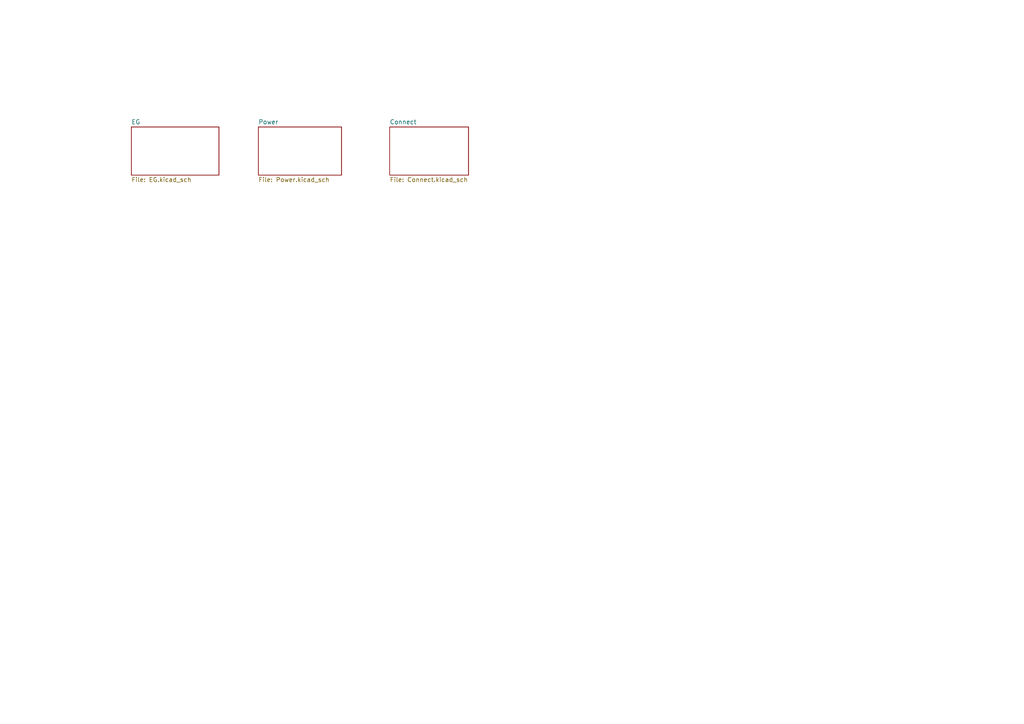
<source format=kicad_sch>
(kicad_sch
	(version 20250114)
	(generator "eeschema")
	(generator_version "9.0")
	(uuid "9921ace4-6594-4a5a-8643-e421d7b4af7d")
	(paper "A4")
	(lib_symbols)
	(sheet
		(at 113.03 36.83)
		(size 22.86 13.97)
		(exclude_from_sim no)
		(in_bom yes)
		(on_board yes)
		(dnp no)
		(fields_autoplaced yes)
		(stroke
			(width 0.1524)
			(type solid)
		)
		(fill
			(color 0 0 0 0.0000)
		)
		(uuid "15afaca0-93a0-4600-b4ac-15eaccaf828a")
		(property "Sheetname" "Connect"
			(at 113.03 36.1184 0)
			(effects
				(font
					(size 1.27 1.27)
				)
				(justify left bottom)
			)
		)
		(property "Sheetfile" "Connect.kicad_sch"
			(at 113.03 51.3846 0)
			(effects
				(font
					(size 1.27 1.27)
				)
				(justify left top)
			)
		)
		(instances
			(project "EGBoard"
				(path "/9921ace4-6594-4a5a-8643-e421d7b4af7d"
					(page "4")
				)
			)
		)
	)
	(sheet
		(at 74.93 36.83)
		(size 24.13 13.97)
		(exclude_from_sim no)
		(in_bom yes)
		(on_board yes)
		(dnp no)
		(fields_autoplaced yes)
		(stroke
			(width 0.1524)
			(type solid)
		)
		(fill
			(color 0 0 0 0.0000)
		)
		(uuid "8c24fce9-5900-459e-8321-634166288b35")
		(property "Sheetname" "Power"
			(at 74.93 36.1184 0)
			(effects
				(font
					(size 1.27 1.27)
				)
				(justify left bottom)
			)
		)
		(property "Sheetfile" "Power.kicad_sch"
			(at 74.93 51.3846 0)
			(effects
				(font
					(size 1.27 1.27)
				)
				(justify left top)
			)
		)
		(instances
			(project "EGBoard"
				(path "/9921ace4-6594-4a5a-8643-e421d7b4af7d"
					(page "3")
				)
			)
		)
	)
	(sheet
		(at 38.1 36.83)
		(size 25.4 13.97)
		(exclude_from_sim no)
		(in_bom yes)
		(on_board yes)
		(dnp no)
		(fields_autoplaced yes)
		(stroke
			(width 0.1524)
			(type solid)
		)
		(fill
			(color 0 0 0 0.0000)
		)
		(uuid "f57b495f-29bf-4ee3-8319-993e0767e4bf")
		(property "Sheetname" "EG"
			(at 38.1 36.1184 0)
			(effects
				(font
					(size 1.27 1.27)
				)
				(justify left bottom)
			)
		)
		(property "Sheetfile" "EG.kicad_sch"
			(at 38.1 51.3846 0)
			(effects
				(font
					(size 1.27 1.27)
				)
				(justify left top)
			)
		)
		(instances
			(project "EGBoard"
				(path "/9921ace4-6594-4a5a-8643-e421d7b4af7d"
					(page "2")
				)
			)
		)
	)
	(sheet_instances
		(path "/"
			(page "1")
		)
	)
	(embedded_fonts no)
)

</source>
